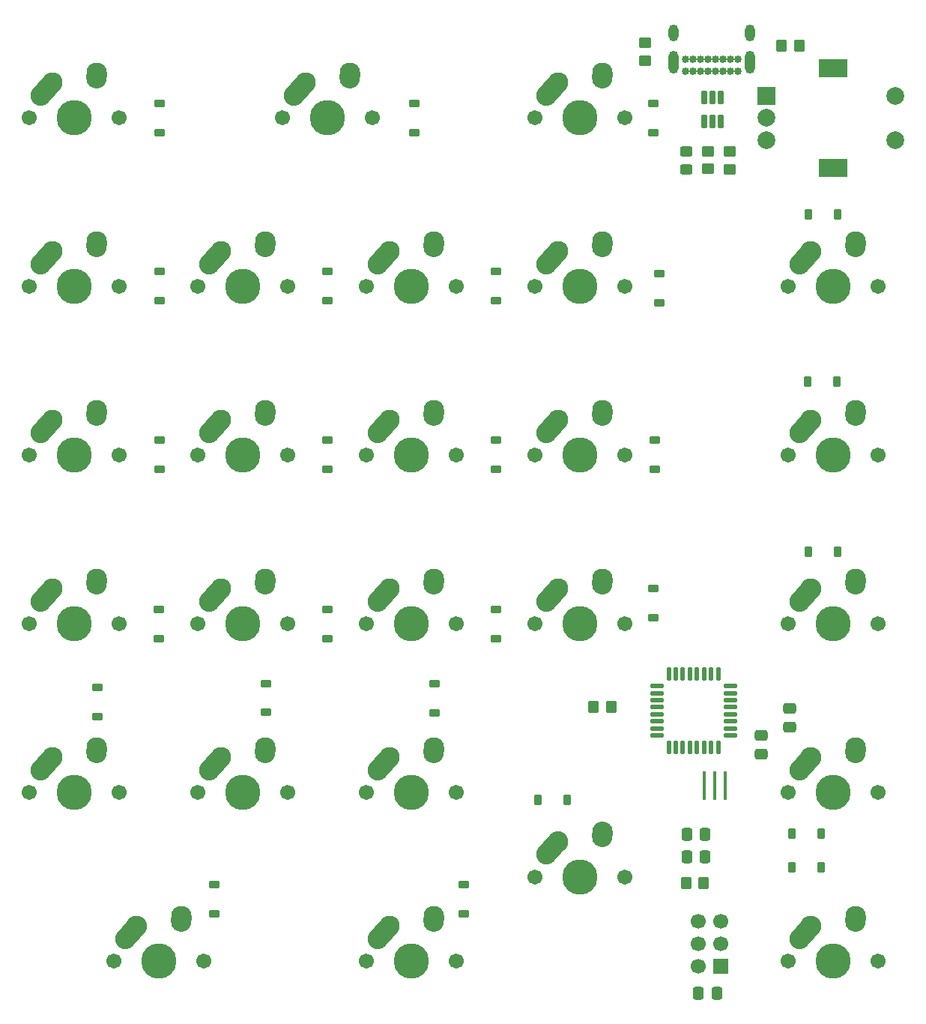
<source format=gbr>
%TF.GenerationSoftware,KiCad,Pcbnew,9.0.2*%
%TF.CreationDate,2025-08-17T15:34:09-06:00*%
%TF.ProjectId,keypadV2-compact,6b657970-6164-4563-922d-636f6d706163,rev?*%
%TF.SameCoordinates,Original*%
%TF.FileFunction,Soldermask,Bot*%
%TF.FilePolarity,Negative*%
%FSLAX46Y46*%
G04 Gerber Fmt 4.6, Leading zero omitted, Abs format (unit mm)*
G04 Created by KiCad (PCBNEW 9.0.2) date 2025-08-17 15:34:09*
%MOMM*%
%LPD*%
G01*
G04 APERTURE LIST*
G04 Aperture macros list*
%AMRoundRect*
0 Rectangle with rounded corners*
0 $1 Rounding radius*
0 $2 $3 $4 $5 $6 $7 $8 $9 X,Y pos of 4 corners*
0 Add a 4 corners polygon primitive as box body*
4,1,4,$2,$3,$4,$5,$6,$7,$8,$9,$2,$3,0*
0 Add four circle primitives for the rounded corners*
1,1,$1+$1,$2,$3*
1,1,$1+$1,$4,$5*
1,1,$1+$1,$6,$7*
1,1,$1+$1,$8,$9*
0 Add four rect primitives between the rounded corners*
20,1,$1+$1,$2,$3,$4,$5,0*
20,1,$1+$1,$4,$5,$6,$7,0*
20,1,$1+$1,$6,$7,$8,$9,0*
20,1,$1+$1,$8,$9,$2,$3,0*%
%AMHorizOval*
0 Thick line with rounded ends*
0 $1 width*
0 $2 $3 position (X,Y) of the first rounded end (center of the circle)*
0 $4 $5 position (X,Y) of the second rounded end (center of the circle)*
0 Add line between two ends*
20,1,$1,$2,$3,$4,$5,0*
0 Add two circle primitives to create the rounded ends*
1,1,$1,$2,$3*
1,1,$1,$4,$5*%
G04 Aperture macros list end*
%ADD10R,1.700000X1.700000*%
%ADD11C,1.700000*%
%ADD12C,3.987800*%
%ADD13C,1.701800*%
%ADD14C,2.300000*%
%ADD15HorizOval,2.300000X0.655008X0.729993X-0.655008X-0.729993X0*%
%ADD16HorizOval,2.300000X0.020004X0.290000X-0.020004X-0.290000X0*%
%ADD17R,2.000000X2.000000*%
%ADD18C,2.000000*%
%ADD19R,3.200000X2.000000*%
%ADD20RoundRect,0.225000X0.375000X-0.225000X0.375000X0.225000X-0.375000X0.225000X-0.375000X-0.225000X0*%
%ADD21RoundRect,0.250000X-0.350000X-0.450000X0.350000X-0.450000X0.350000X0.450000X-0.350000X0.450000X0*%
%ADD22RoundRect,0.250000X-0.450000X0.350000X-0.450000X-0.350000X0.450000X-0.350000X0.450000X0.350000X0*%
%ADD23RoundRect,0.137500X0.137500X-0.600000X0.137500X0.600000X-0.137500X0.600000X-0.137500X-0.600000X0*%
%ADD24RoundRect,0.137500X0.600000X-0.137500X0.600000X0.137500X-0.600000X0.137500X-0.600000X-0.137500X0*%
%ADD25RoundRect,0.225000X-0.225000X-0.375000X0.225000X-0.375000X0.225000X0.375000X-0.225000X0.375000X0*%
%ADD26RoundRect,0.225000X-0.375000X0.225000X-0.375000X-0.225000X0.375000X-0.225000X0.375000X0.225000X0*%
%ADD27RoundRect,0.250000X0.450000X-0.350000X0.450000X0.350000X-0.450000X0.350000X-0.450000X-0.350000X0*%
%ADD28C,0.854000*%
%ADD29O,1.104000X1.904000*%
%ADD30O,1.104000X2.604000*%
%ADD31RoundRect,0.250000X-0.475000X0.337500X-0.475000X-0.337500X0.475000X-0.337500X0.475000X0.337500X0*%
%ADD32RoundRect,0.250000X0.450000X-0.325000X0.450000X0.325000X-0.450000X0.325000X-0.450000X-0.325000X0*%
%ADD33RoundRect,0.250000X-0.337500X-0.475000X0.337500X-0.475000X0.337500X0.475000X-0.337500X0.475000X0*%
%ADD34RoundRect,0.162500X-0.162500X0.617500X-0.162500X-0.617500X0.162500X-0.617500X0.162500X0.617500X0*%
%ADD35R,0.400000X3.200000*%
G04 APERTURE END LIST*
D10*
%TO.C,J2*%
X157455000Y-229190000D03*
D11*
X154915000Y-229190000D03*
X157455000Y-226650000D03*
X154915000Y-226650000D03*
X157455000Y-224110000D03*
X154915000Y-224110000D03*
%TD*%
D12*
%TO.C,S10*%
X122555000Y-171450000D03*
D13*
X117475000Y-171450000D03*
X127635000Y-171450000D03*
D14*
X120055000Y-167450000D03*
D15*
X119400008Y-168180007D03*
D16*
X125075004Y-166660000D03*
D14*
X125095000Y-166370000D03*
%TD*%
D12*
%TO.C,S11*%
X141605000Y-171450000D03*
D13*
X136525000Y-171450000D03*
X146685000Y-171450000D03*
D14*
X139105000Y-167450000D03*
D15*
X138450008Y-168180007D03*
D16*
X144125004Y-166660000D03*
D14*
X144145000Y-166370000D03*
%TD*%
D12*
%TO.C,S9*%
X103505000Y-171450000D03*
D13*
X98425000Y-171450000D03*
X108585000Y-171450000D03*
D14*
X101005000Y-167450000D03*
D15*
X100350008Y-168180007D03*
D16*
X106025004Y-166660000D03*
D14*
X106045000Y-166370000D03*
%TD*%
D12*
%TO.C,S16*%
X84455000Y-209550000D03*
D13*
X79375000Y-209550000D03*
X89535000Y-209550000D03*
D14*
X81955000Y-205550000D03*
D15*
X81300008Y-206280007D03*
D16*
X86975004Y-204760000D03*
D14*
X86995000Y-204470000D03*
%TD*%
D12*
%TO.C,S12*%
X84455000Y-190500000D03*
D13*
X79375000Y-190500000D03*
X89535000Y-190500000D03*
D14*
X81955000Y-186500000D03*
D15*
X81300008Y-187230007D03*
D16*
X86975004Y-185710000D03*
D14*
X86995000Y-185420000D03*
%TD*%
D13*
%TO.C,S19*%
X136525000Y-219075000D03*
D12*
X141605000Y-219075000D03*
D13*
X146685000Y-219075000D03*
D15*
X138450008Y-215805007D03*
D14*
X139105000Y-215075000D03*
D16*
X144125004Y-214285000D03*
D14*
X144145000Y-213995000D03*
%TD*%
D12*
%TO.C,S25*%
X170180000Y-209550000D03*
D13*
X165100000Y-209550000D03*
X175260000Y-209550000D03*
D14*
X167680000Y-205550000D03*
D15*
X167025008Y-206280007D03*
D16*
X172700004Y-204760000D03*
D14*
X172720000Y-204470000D03*
%TD*%
D12*
%TO.C,S7*%
X141605000Y-152400000D03*
D13*
X136525000Y-152400000D03*
X146685000Y-152400000D03*
D14*
X139105000Y-148400000D03*
D15*
X138450008Y-149130007D03*
D16*
X144125004Y-147610000D03*
D14*
X144145000Y-147320000D03*
%TD*%
D12*
%TO.C,S18*%
X122555000Y-209550000D03*
D13*
X117475000Y-209550000D03*
X127635000Y-209550000D03*
D14*
X120055000Y-205550000D03*
D15*
X119400008Y-206280007D03*
D16*
X125075004Y-204760000D03*
D14*
X125095000Y-204470000D03*
%TD*%
D12*
%TO.C,S23*%
X170180000Y-171450000D03*
D13*
X165100000Y-171450000D03*
X175260000Y-171450000D03*
D14*
X167680000Y-167450000D03*
D15*
X167025008Y-168180007D03*
D16*
X172700004Y-166660000D03*
D14*
X172720000Y-166370000D03*
%TD*%
D12*
%TO.C,S5*%
X103505000Y-152400000D03*
D13*
X98425000Y-152400000D03*
X108585000Y-152400000D03*
D14*
X101005000Y-148400000D03*
D15*
X100350008Y-149130007D03*
D16*
X106025004Y-147610000D03*
D14*
X106045000Y-147320000D03*
%TD*%
D12*
%TO.C,S8*%
X84455000Y-171450000D03*
D13*
X79375000Y-171450000D03*
X89535000Y-171450000D03*
D14*
X81955000Y-167450000D03*
D15*
X81300008Y-168180007D03*
D16*
X86975004Y-166660000D03*
D14*
X86995000Y-166370000D03*
%TD*%
D12*
%TO.C,S26*%
X170180000Y-228600000D03*
D13*
X165100000Y-228600000D03*
X175260000Y-228600000D03*
D14*
X167680000Y-224600000D03*
D15*
X167025008Y-225330007D03*
D16*
X172700004Y-223810000D03*
D14*
X172720000Y-223520000D03*
%TD*%
D12*
%TO.C,S13*%
X103505000Y-190500000D03*
D13*
X98425000Y-190500000D03*
X108585000Y-190500000D03*
D14*
X101005000Y-186500000D03*
D15*
X100350008Y-187230007D03*
D16*
X106025004Y-185710000D03*
D14*
X106045000Y-185420000D03*
%TD*%
D17*
%TO.C,SW2*%
X162680000Y-130850000D03*
D18*
X162680000Y-135850000D03*
X162680000Y-133350000D03*
D19*
X170180000Y-127750000D03*
X170180000Y-138950000D03*
D18*
X177180000Y-135850000D03*
X177180000Y-130850000D03*
%TD*%
D12*
%TO.C,S4*%
X84455000Y-152400000D03*
D13*
X79375000Y-152400000D03*
X89535000Y-152400000D03*
D14*
X81955000Y-148400000D03*
D15*
X81300008Y-149130007D03*
D16*
X86975004Y-147610000D03*
D14*
X86995000Y-147320000D03*
%TD*%
D12*
%TO.C,S1*%
X84455000Y-133350000D03*
D13*
X79375000Y-133350000D03*
X89535000Y-133350000D03*
D14*
X81955000Y-129350000D03*
D15*
X81300008Y-130080007D03*
D16*
X86975004Y-128560000D03*
D14*
X86995000Y-128270000D03*
%TD*%
D12*
%TO.C,S24*%
X170180000Y-190500000D03*
D13*
X165100000Y-190500000D03*
X175260000Y-190500000D03*
D14*
X167680000Y-186500000D03*
D15*
X167025008Y-187230007D03*
D16*
X172700004Y-185710000D03*
D14*
X172720000Y-185420000D03*
%TD*%
D12*
%TO.C,S22*%
X170180000Y-152400000D03*
D13*
X165100000Y-152400000D03*
X175260000Y-152400000D03*
D14*
X167680000Y-148400000D03*
D15*
X167025008Y-149130007D03*
D16*
X172700004Y-147610000D03*
D14*
X172720000Y-147320000D03*
%TD*%
D13*
%TO.C,S2*%
X107957000Y-133350000D03*
D12*
X113037000Y-133350000D03*
D13*
X118117000Y-133350000D03*
D15*
X109882008Y-130080007D03*
D14*
X110537000Y-129350000D03*
D16*
X115557004Y-128560000D03*
D14*
X115577000Y-128270000D03*
%TD*%
D12*
%TO.C,S6*%
X122555000Y-152400000D03*
D13*
X117475000Y-152400000D03*
X127635000Y-152400000D03*
D14*
X120055000Y-148400000D03*
D15*
X119400008Y-149130007D03*
D16*
X125075004Y-147610000D03*
D14*
X125095000Y-147320000D03*
%TD*%
D13*
%TO.C,S20*%
X88900000Y-228600000D03*
D12*
X93980000Y-228600000D03*
D13*
X99060000Y-228600000D03*
D15*
X90825008Y-225330007D03*
D14*
X91480000Y-224600000D03*
D16*
X96500004Y-223810000D03*
D14*
X96520000Y-223520000D03*
%TD*%
D12*
%TO.C,S15*%
X141605000Y-190500000D03*
D13*
X136525000Y-190500000D03*
X146685000Y-190500000D03*
D14*
X139105000Y-186500000D03*
D15*
X138450008Y-187230007D03*
D16*
X144125004Y-185710000D03*
D14*
X144145000Y-185420000D03*
%TD*%
D12*
%TO.C,S21*%
X122555000Y-228600000D03*
D13*
X117475000Y-228600000D03*
X127635000Y-228600000D03*
D14*
X120055000Y-224600000D03*
D15*
X119400008Y-225330007D03*
D16*
X125075004Y-223810000D03*
D14*
X125095000Y-223520000D03*
%TD*%
D12*
%TO.C,S14*%
X122555000Y-190500000D03*
D13*
X117475000Y-190500000D03*
X127635000Y-190500000D03*
D14*
X120055000Y-186500000D03*
D15*
X119400008Y-187230007D03*
D16*
X125075004Y-185710000D03*
D14*
X125095000Y-185420000D03*
%TD*%
D12*
%TO.C,S17*%
X103505000Y-209550000D03*
D13*
X98425000Y-209550000D03*
X108585000Y-209550000D03*
D14*
X101005000Y-205550000D03*
D15*
X100350008Y-206280007D03*
D16*
X106025004Y-204760000D03*
D14*
X106045000Y-204470000D03*
%TD*%
D12*
%TO.C,S3*%
X141605000Y-133350000D03*
D13*
X136525000Y-133350000D03*
X146685000Y-133350000D03*
D14*
X139105000Y-129350000D03*
D15*
X138450008Y-130080007D03*
D16*
X144125004Y-128560000D03*
D14*
X144145000Y-128270000D03*
%TD*%
D20*
%TO.C,D5*%
X113055000Y-154000000D03*
X113055000Y-150700000D03*
%TD*%
D21*
%TO.C,R6*%
X143105000Y-199900000D03*
X145105000Y-199900000D03*
%TD*%
D20*
%TO.C,D12*%
X94005000Y-192150000D03*
X94005000Y-188850000D03*
%TD*%
D22*
%TO.C,R4*%
X158505000Y-137150000D03*
X158505000Y-139150000D03*
%TD*%
D23*
%TO.C,U1*%
X157205000Y-204462500D03*
X156405000Y-204462500D03*
X155605000Y-204462500D03*
X154805000Y-204462500D03*
X154005000Y-204462500D03*
X153205000Y-204462500D03*
X152405000Y-204462500D03*
X151605000Y-204462500D03*
D24*
X150242500Y-203100000D03*
X150242500Y-202300000D03*
X150242500Y-201500000D03*
X150242500Y-200700000D03*
X150242500Y-199900000D03*
X150242500Y-199100000D03*
X150242500Y-198300000D03*
X150242500Y-197500000D03*
D23*
X151605000Y-196137500D03*
X152405000Y-196137500D03*
X153205000Y-196137500D03*
X154005000Y-196137500D03*
X154805000Y-196137500D03*
X155605000Y-196137500D03*
X156405000Y-196137500D03*
X157205000Y-196137500D03*
D24*
X158567500Y-197500000D03*
X158567500Y-198300000D03*
X158567500Y-199100000D03*
X158567500Y-199900000D03*
X158567500Y-200700000D03*
X158567500Y-201500000D03*
X158567500Y-202300000D03*
X158567500Y-203100000D03*
%TD*%
D25*
%TO.C,D24*%
X167355000Y-182350000D03*
X170655000Y-182350000D03*
%TD*%
D22*
%TO.C,R3*%
X156005000Y-137100000D03*
X156005000Y-139100000D03*
%TD*%
D20*
%TO.C,D6*%
X132055000Y-154000000D03*
X132055000Y-150700000D03*
%TD*%
D21*
%TO.C,R2*%
X164355000Y-125150000D03*
X166355000Y-125150000D03*
%TD*%
D20*
%TO.C,D13*%
X113055000Y-192150000D03*
X113055000Y-188850000D03*
%TD*%
D26*
%TO.C,D18*%
X125105000Y-197250000D03*
X125105000Y-200550000D03*
%TD*%
D25*
%TO.C,D25*%
X165505000Y-214150000D03*
X168805000Y-214150000D03*
%TD*%
D27*
%TO.C,R1*%
X148955000Y-126850000D03*
X148955000Y-124850000D03*
%TD*%
D20*
%TO.C,D7*%
X150555000Y-154250000D03*
X150555000Y-150950000D03*
%TD*%
%TO.C,D4*%
X94055000Y-154000000D03*
X94055000Y-150700000D03*
%TD*%
D25*
%TO.C,D26*%
X165555000Y-217950000D03*
X168855000Y-217950000D03*
%TD*%
D28*
%TO.C,J1*%
X153505000Y-128072500D03*
X154355000Y-128072500D03*
X155205000Y-128072500D03*
X156055000Y-128072500D03*
X156905000Y-128072500D03*
X157755000Y-128072500D03*
X158605000Y-128072500D03*
X159455000Y-128072500D03*
X159455000Y-126722500D03*
X158605000Y-126722500D03*
X157755000Y-126722500D03*
X156905000Y-126722500D03*
X156055000Y-126722500D03*
X155205000Y-126722500D03*
X154355000Y-126722500D03*
X153505000Y-126722500D03*
D29*
X152155000Y-123712500D03*
X160805000Y-123712500D03*
D30*
X152155000Y-127092500D03*
X160805000Y-127092500D03*
%TD*%
D26*
%TO.C,D20*%
X100205000Y-219900000D03*
X100205000Y-223200000D03*
%TD*%
D31*
%TO.C,C4*%
X162055000Y-203112500D03*
X162055000Y-205187500D03*
%TD*%
D32*
%TO.C,F1*%
X153605000Y-139150000D03*
X153605000Y-137100000D03*
%TD*%
D33*
%TO.C,C3*%
X153630000Y-216800000D03*
X155705000Y-216800000D03*
%TD*%
D20*
%TO.C,D2*%
X122855000Y-135000000D03*
X122855000Y-131700000D03*
%TD*%
%TO.C,D8*%
X94055000Y-173000000D03*
X94055000Y-169700000D03*
%TD*%
D33*
%TO.C,C7*%
X154980000Y-232200000D03*
X157055000Y-232200000D03*
%TD*%
D20*
%TO.C,D11*%
X150055000Y-173000000D03*
X150055000Y-169700000D03*
%TD*%
D25*
%TO.C,D23*%
X167305000Y-163150000D03*
X170605000Y-163150000D03*
%TD*%
D34*
%TO.C,U2*%
X155605000Y-131000000D03*
X156555000Y-131000000D03*
X157505000Y-131000000D03*
X157505000Y-133700000D03*
X156555000Y-133700000D03*
X155605000Y-133700000D03*
%TD*%
D21*
%TO.C,R5*%
X153555000Y-219800000D03*
X155555000Y-219800000D03*
%TD*%
D26*
%TO.C,D21*%
X128405000Y-219900000D03*
X128405000Y-223200000D03*
%TD*%
D20*
%TO.C,D10*%
X132055000Y-173000000D03*
X132055000Y-169700000D03*
%TD*%
%TO.C,D14*%
X132055000Y-192150000D03*
X132055000Y-188850000D03*
%TD*%
D26*
%TO.C,D16*%
X87005000Y-197650000D03*
X87005000Y-200950000D03*
%TD*%
D20*
%TO.C,D9*%
X113055000Y-173000000D03*
X113055000Y-169700000D03*
%TD*%
D25*
%TO.C,D19*%
X136855000Y-210350000D03*
X140155000Y-210350000D03*
%TD*%
D20*
%TO.C,D15*%
X149855000Y-189800000D03*
X149855000Y-186500000D03*
%TD*%
%TO.C,D1*%
X94055000Y-135000000D03*
X94055000Y-131700000D03*
%TD*%
D35*
%TO.C,Y1*%
X158005000Y-208750000D03*
X156805000Y-208750000D03*
X155605000Y-208750000D03*
%TD*%
D25*
%TO.C,D22*%
X167355000Y-144250000D03*
X170655000Y-144250000D03*
%TD*%
D20*
%TO.C,D3*%
X149855000Y-135000000D03*
X149855000Y-131700000D03*
%TD*%
D33*
%TO.C,C2*%
X153630000Y-214300000D03*
X155705000Y-214300000D03*
%TD*%
D26*
%TO.C,D17*%
X106055000Y-197200000D03*
X106055000Y-200500000D03*
%TD*%
D31*
%TO.C,C6*%
X165305000Y-200050000D03*
X165305000Y-202125000D03*
%TD*%
M02*

</source>
